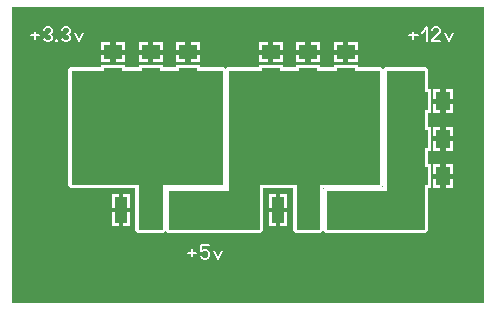
<source format=gbr>
%FSLAX34Y34*%
%MOMM*%
%LNCOPPER_TOP*%
G71*
G01*
%ADD10R, 3.900X2.800*%
%ADD11R, 1.600X2.800*%
%ADD12C, 0.700*%
%ADD13R, 1.700X2.000*%
%ADD14R, 2.000X1.700*%
%ADD15C, 0.206*%
%ADD16C, 0.333*%
%ADD17C, 0.433*%
%ADD18R, 3.300X2.200*%
%ADD19R, 1.000X2.200*%
%ADD20C, 0.100*%
%ADD21R, 1.300X1.600*%
%ADD22R, 1.600X1.300*%
%LPD*%
G36*
X0Y0D02*
X400000Y0D01*
X400000Y-250000D01*
X0Y-250000D01*
X0Y0D01*
G37*
%LPC*%
X250825Y-114300D02*
G54D10*
D03*
X250825Y-171450D02*
G54D11*
D03*
X276225Y-171450D02*
G54D11*
D03*
X225425Y-171450D02*
G54D11*
D03*
X117475Y-114300D02*
G54D10*
D03*
X117475Y-171450D02*
G54D11*
D03*
X142875Y-171450D02*
G54D11*
D03*
X92075Y-171450D02*
G54D11*
D03*
G36*
X107950Y-187325D02*
X107950Y-149225D01*
X50800Y-149225D01*
X50800Y-53975D01*
X177800Y-53975D01*
X177800Y-149225D01*
X127000Y-149225D01*
X127000Y-187325D01*
X107950Y-187325D01*
G37*
G54D12*
X107950Y-187325D02*
X107950Y-149225D01*
X50800Y-149225D01*
X50800Y-53975D01*
X177800Y-53975D01*
X177800Y-149225D01*
X127000Y-149225D01*
X127000Y-187325D01*
X107950Y-187325D01*
G36*
X241300Y-187325D02*
X241300Y-149225D01*
X184150Y-149225D01*
X184150Y-53975D01*
X311150Y-53975D01*
X311150Y-149225D01*
X260350Y-149225D01*
X260350Y-187325D01*
X241300Y-187325D01*
G37*
G54D12*
X241300Y-187325D02*
X241300Y-149225D01*
X184150Y-149225D01*
X184150Y-53975D01*
X311150Y-53975D01*
X311150Y-149225D01*
X260350Y-149225D01*
X260350Y-187325D01*
X241300Y-187325D01*
G36*
X133350Y-187325D02*
X133350Y-155575D01*
X184150Y-155575D01*
X184150Y-149225D01*
X209550Y-149225D01*
X209550Y-187325D01*
X133350Y-187325D01*
G37*
G54D12*
X133350Y-187325D02*
X133350Y-155575D01*
X184150Y-155575D01*
X184150Y-149225D01*
X209550Y-149225D01*
X209550Y-187325D01*
X133350Y-187325D01*
X92075Y-171450D02*
G54D11*
D03*
X225425Y-171450D02*
G54D11*
D03*
X365075Y-79375D02*
G54D13*
D03*
X346075Y-79375D02*
G54D13*
D03*
G36*
X266700Y-187325D02*
X266700Y-155575D01*
X317500Y-155575D01*
X317500Y-53975D01*
X349250Y-53975D01*
X349250Y-187325D01*
X266700Y-187325D01*
G37*
G54D12*
X266700Y-187325D02*
X266700Y-155575D01*
X317500Y-155575D01*
X317500Y-53975D01*
X349250Y-53975D01*
X349250Y-187325D01*
X266700Y-187325D01*
X365075Y-111125D02*
G54D13*
D03*
X346075Y-111125D02*
G54D13*
D03*
X365075Y-142875D02*
G54D13*
D03*
X346075Y-142875D02*
G54D13*
D03*
X219050Y-38125D02*
G54D14*
D03*
X219050Y-57125D02*
G54D14*
D03*
X250800Y-38125D02*
G54D14*
D03*
X250800Y-57125D02*
G54D14*
D03*
X282550Y-38125D02*
G54D14*
D03*
X282550Y-57125D02*
G54D14*
D03*
X85700Y-38125D02*
G54D14*
D03*
X85700Y-57125D02*
G54D14*
D03*
X117450Y-38125D02*
G54D14*
D03*
X117450Y-57125D02*
G54D14*
D03*
X149200Y-38125D02*
G54D14*
D03*
X149200Y-57125D02*
G54D14*
D03*
G54D15*
X336550Y-23519D02*
X343483Y-23519D01*
G54D15*
X340017Y-20631D02*
X340017Y-26408D01*
G54D15*
X347527Y-21353D02*
X351860Y-17019D01*
X351860Y-28575D01*
G54D15*
X362837Y-28575D02*
X355904Y-28575D01*
X355904Y-27853D01*
X356771Y-26408D01*
X361971Y-22075D01*
X362837Y-20631D01*
X362837Y-19186D01*
X361971Y-17742D01*
X360237Y-17019D01*
X358504Y-17019D01*
X356771Y-17742D01*
X355904Y-19186D01*
G54D15*
X366881Y-22075D02*
X370348Y-28575D01*
X373814Y-22075D01*
G54D15*
X149225Y-207669D02*
X156158Y-207669D01*
G54D15*
X152692Y-204781D02*
X152692Y-210558D01*
G54D15*
X167135Y-201169D02*
X160202Y-201169D01*
X160202Y-206225D01*
X161069Y-206225D01*
X162802Y-205503D01*
X164535Y-205503D01*
X166269Y-206225D01*
X167135Y-207669D01*
X167135Y-210558D01*
X166269Y-212003D01*
X164535Y-212725D01*
X162802Y-212725D01*
X161069Y-212003D01*
X160202Y-210558D01*
G54D15*
X171179Y-206225D02*
X174646Y-212725D01*
X178112Y-206225D01*
G54D15*
X15875Y-23519D02*
X22808Y-23519D01*
G54D15*
X19342Y-20631D02*
X19342Y-26408D01*
G54D15*
X26852Y-19186D02*
X27719Y-17742D01*
X29452Y-17019D01*
X31185Y-17019D01*
X32919Y-17742D01*
X33785Y-19186D01*
X33785Y-20631D01*
X32919Y-22075D01*
X31185Y-22797D01*
X32919Y-23519D01*
X33785Y-24964D01*
X33785Y-26408D01*
X32919Y-27853D01*
X31185Y-28575D01*
X29452Y-28575D01*
X27719Y-27853D01*
X26852Y-26408D01*
G54D15*
X38522Y-28575D02*
X37829Y-28575D01*
X37829Y-27997D01*
X38522Y-27997D01*
X38522Y-28575D01*
X37829Y-28575D01*
G54D15*
X42566Y-19186D02*
X43433Y-17742D01*
X45166Y-17019D01*
X46899Y-17019D01*
X48633Y-17742D01*
X49499Y-19186D01*
X49499Y-20631D01*
X48633Y-22075D01*
X46899Y-22797D01*
X48633Y-23519D01*
X49499Y-24964D01*
X49499Y-26408D01*
X48633Y-27853D01*
X46899Y-28575D01*
X45166Y-28575D01*
X43433Y-27853D01*
X42566Y-26408D01*
G54D15*
X53543Y-22075D02*
X57010Y-28575D01*
X60476Y-22075D01*
%LPD*%
G54D16*
G36*
X90408Y-171450D02*
X90408Y-156950D01*
X93742Y-156950D01*
X93742Y-171450D01*
X90408Y-171450D01*
G37*
G36*
X92075Y-169784D02*
X100575Y-169784D01*
X100575Y-173116D01*
X92075Y-173116D01*
X92075Y-169784D01*
G37*
G36*
X93742Y-171450D02*
X93742Y-185950D01*
X90408Y-185950D01*
X90408Y-171450D01*
X93742Y-171450D01*
G37*
G36*
X92075Y-173116D02*
X83575Y-173116D01*
X83575Y-169784D01*
X92075Y-169784D01*
X92075Y-173116D01*
G37*
G54D16*
G36*
X223758Y-171450D02*
X223758Y-156950D01*
X227092Y-156950D01*
X227092Y-171450D01*
X223758Y-171450D01*
G37*
G36*
X225425Y-169784D02*
X233925Y-169784D01*
X233925Y-173116D01*
X225425Y-173116D01*
X225425Y-169784D01*
G37*
G36*
X227092Y-171450D02*
X227092Y-185950D01*
X223758Y-185950D01*
X223758Y-171450D01*
X227092Y-171450D01*
G37*
G36*
X225425Y-173116D02*
X216925Y-173116D01*
X216925Y-169784D01*
X225425Y-169784D01*
X225425Y-173116D01*
G37*
G54D17*
G36*
X367242Y-79375D02*
X367242Y-89875D01*
X362908Y-89875D01*
X362908Y-79375D01*
X367242Y-79375D01*
G37*
G36*
X365075Y-81542D02*
X356075Y-81542D01*
X356075Y-77208D01*
X365075Y-77208D01*
X365075Y-81542D01*
G37*
G36*
X362908Y-79375D02*
X362908Y-68875D01*
X367242Y-68875D01*
X367242Y-79375D01*
X362908Y-79375D01*
G37*
G36*
X365075Y-77208D02*
X374075Y-77208D01*
X374075Y-81542D01*
X365075Y-81542D01*
X365075Y-77208D01*
G37*
G54D17*
G36*
X367242Y-111125D02*
X367242Y-121625D01*
X362908Y-121625D01*
X362908Y-111125D01*
X367242Y-111125D01*
G37*
G36*
X365075Y-113292D02*
X356075Y-113292D01*
X356075Y-108958D01*
X365075Y-108958D01*
X365075Y-113292D01*
G37*
G36*
X362908Y-111125D02*
X362908Y-100625D01*
X367242Y-100625D01*
X367242Y-111125D01*
X362908Y-111125D01*
G37*
G36*
X365075Y-108958D02*
X374075Y-108958D01*
X374075Y-113292D01*
X365075Y-113292D01*
X365075Y-108958D01*
G37*
G54D17*
G36*
X367242Y-142875D02*
X367242Y-153375D01*
X362908Y-153375D01*
X362908Y-142875D01*
X367242Y-142875D01*
G37*
G36*
X365075Y-145042D02*
X356075Y-145042D01*
X356075Y-140708D01*
X365075Y-140708D01*
X365075Y-145042D01*
G37*
G36*
X362908Y-142875D02*
X362908Y-132375D01*
X367242Y-132375D01*
X367242Y-142875D01*
X362908Y-142875D01*
G37*
G36*
X365075Y-140708D02*
X374075Y-140708D01*
X374075Y-145042D01*
X365075Y-145042D01*
X365075Y-140708D01*
G37*
G54D17*
G36*
X219050Y-35958D02*
X229550Y-35958D01*
X229550Y-40292D01*
X219050Y-40292D01*
X219050Y-35958D01*
G37*
G36*
X221216Y-38125D02*
X221216Y-47125D01*
X216884Y-47125D01*
X216884Y-38125D01*
X221216Y-38125D01*
G37*
G36*
X219050Y-40292D02*
X208550Y-40292D01*
X208550Y-35958D01*
X219050Y-35958D01*
X219050Y-40292D01*
G37*
G36*
X216884Y-38125D02*
X216884Y-29125D01*
X221216Y-29125D01*
X221216Y-38125D01*
X216884Y-38125D01*
G37*
G54D17*
G36*
X250800Y-35958D02*
X261300Y-35958D01*
X261300Y-40292D01*
X250800Y-40292D01*
X250800Y-35958D01*
G37*
G36*
X252966Y-38125D02*
X252966Y-47125D01*
X248634Y-47125D01*
X248634Y-38125D01*
X252966Y-38125D01*
G37*
G36*
X250800Y-40292D02*
X240300Y-40292D01*
X240300Y-35958D01*
X250800Y-35958D01*
X250800Y-40292D01*
G37*
G36*
X248634Y-38125D02*
X248634Y-29125D01*
X252966Y-29125D01*
X252966Y-38125D01*
X248634Y-38125D01*
G37*
G54D17*
G36*
X282550Y-35958D02*
X293050Y-35958D01*
X293050Y-40292D01*
X282550Y-40292D01*
X282550Y-35958D01*
G37*
G36*
X284716Y-38125D02*
X284716Y-47125D01*
X280384Y-47125D01*
X280384Y-38125D01*
X284716Y-38125D01*
G37*
G36*
X282550Y-40292D02*
X272050Y-40292D01*
X272050Y-35958D01*
X282550Y-35958D01*
X282550Y-40292D01*
G37*
G36*
X280384Y-38125D02*
X280384Y-29125D01*
X284716Y-29125D01*
X284716Y-38125D01*
X280384Y-38125D01*
G37*
G54D17*
G36*
X85700Y-35958D02*
X96200Y-35958D01*
X96200Y-40292D01*
X85700Y-40292D01*
X85700Y-35958D01*
G37*
G36*
X87866Y-38125D02*
X87866Y-47125D01*
X83534Y-47125D01*
X83534Y-38125D01*
X87866Y-38125D01*
G37*
G36*
X85700Y-40292D02*
X75200Y-40292D01*
X75200Y-35958D01*
X85700Y-35958D01*
X85700Y-40292D01*
G37*
G36*
X83534Y-38125D02*
X83534Y-29125D01*
X87866Y-29125D01*
X87866Y-38125D01*
X83534Y-38125D01*
G37*
G54D17*
G36*
X117450Y-35958D02*
X127950Y-35958D01*
X127950Y-40292D01*
X117450Y-40292D01*
X117450Y-35958D01*
G37*
G36*
X119616Y-38125D02*
X119616Y-47125D01*
X115284Y-47125D01*
X115284Y-38125D01*
X119616Y-38125D01*
G37*
G36*
X117450Y-40292D02*
X106950Y-40292D01*
X106950Y-35958D01*
X117450Y-35958D01*
X117450Y-40292D01*
G37*
G36*
X115284Y-38125D02*
X115284Y-29125D01*
X119616Y-29125D01*
X119616Y-38125D01*
X115284Y-38125D01*
G37*
G54D17*
G36*
X149200Y-35958D02*
X159700Y-35958D01*
X159700Y-40292D01*
X149200Y-40292D01*
X149200Y-35958D01*
G37*
G36*
X151366Y-38125D02*
X151366Y-47125D01*
X147034Y-47125D01*
X147034Y-38125D01*
X151366Y-38125D01*
G37*
G36*
X149200Y-40292D02*
X138700Y-40292D01*
X138700Y-35958D01*
X149200Y-35958D01*
X149200Y-40292D01*
G37*
G36*
X147034Y-38125D02*
X147034Y-29125D01*
X151366Y-29125D01*
X151366Y-38125D01*
X147034Y-38125D01*
G37*
X250825Y-114300D02*
G54D18*
D03*
X250825Y-171450D02*
G54D19*
D03*
X276225Y-171450D02*
G54D19*
D03*
X225425Y-171450D02*
G54D19*
D03*
X117475Y-114300D02*
G54D18*
D03*
X117475Y-171450D02*
G54D19*
D03*
X142875Y-171450D02*
G54D19*
D03*
X92075Y-171450D02*
G54D19*
D03*
G36*
X107950Y-187325D02*
X107950Y-149225D01*
X50800Y-149225D01*
X50800Y-53975D01*
X177800Y-53975D01*
X177800Y-149225D01*
X127000Y-149225D01*
X127000Y-187325D01*
X107950Y-187325D01*
G37*
G54D20*
X107950Y-187325D02*
X107950Y-149225D01*
X50800Y-149225D01*
X50800Y-53975D01*
X177800Y-53975D01*
X177800Y-149225D01*
X127000Y-149225D01*
X127000Y-187325D01*
X107950Y-187325D01*
G36*
X241300Y-187325D02*
X241300Y-149225D01*
X184150Y-149225D01*
X184150Y-53975D01*
X311150Y-53975D01*
X311150Y-149225D01*
X260350Y-149225D01*
X260350Y-187325D01*
X241300Y-187325D01*
G37*
G54D20*
X241300Y-187325D02*
X241300Y-149225D01*
X184150Y-149225D01*
X184150Y-53975D01*
X311150Y-53975D01*
X311150Y-149225D01*
X260350Y-149225D01*
X260350Y-187325D01*
X241300Y-187325D01*
G36*
X133350Y-187325D02*
X133350Y-155575D01*
X184150Y-155575D01*
X184150Y-149225D01*
X209550Y-149225D01*
X209550Y-187325D01*
X133350Y-187325D01*
G37*
G54D20*
X133350Y-187325D02*
X133350Y-155575D01*
X184150Y-155575D01*
X184150Y-149225D01*
X209550Y-149225D01*
X209550Y-187325D01*
X133350Y-187325D01*
X92075Y-171450D02*
G54D19*
D03*
X225425Y-171450D02*
G54D19*
D03*
X365075Y-79375D02*
G54D21*
D03*
X346075Y-79375D02*
G54D21*
D03*
G36*
X266700Y-187325D02*
X266700Y-155575D01*
X317500Y-155575D01*
X317500Y-53975D01*
X349250Y-53975D01*
X349250Y-187325D01*
X266700Y-187325D01*
G37*
G54D20*
X266700Y-187325D02*
X266700Y-155575D01*
X317500Y-155575D01*
X317500Y-53975D01*
X349250Y-53975D01*
X349250Y-187325D01*
X266700Y-187325D01*
X365075Y-111125D02*
G54D21*
D03*
X346075Y-111125D02*
G54D21*
D03*
X365075Y-142875D02*
G54D21*
D03*
X346075Y-142875D02*
G54D21*
D03*
X219050Y-38125D02*
G54D22*
D03*
X219050Y-57125D02*
G54D22*
D03*
X250800Y-38125D02*
G54D22*
D03*
X250800Y-57125D02*
G54D22*
D03*
X282550Y-38125D02*
G54D22*
D03*
X282550Y-57125D02*
G54D22*
D03*
X85700Y-38125D02*
G54D22*
D03*
X85700Y-57125D02*
G54D22*
D03*
X117450Y-38125D02*
G54D22*
D03*
X117450Y-57125D02*
G54D22*
D03*
X149200Y-38125D02*
G54D22*
D03*
X149200Y-57125D02*
G54D22*
D03*
M02*

</source>
